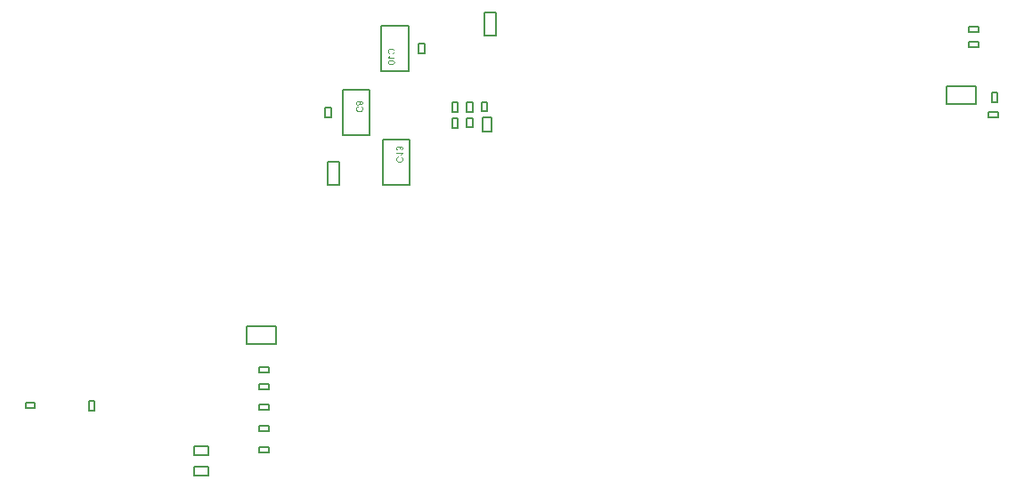
<source format=gbr>
%TF.GenerationSoftware,Altium Limited,Altium Designer,24.1.2 (44)*%
G04 Layer_Color=32896*
%FSLAX45Y45*%
%MOMM*%
%TF.SameCoordinates,57B3B6A3-E825-4013-9261-08072AB09D51*%
%TF.FilePolarity,Positive*%
%TF.FileFunction,Other,Bottom_Assembly*%
%TF.Part,Single*%
G01*
G75*
%TA.AperFunction,NonConductor*%
%ADD64C,0.20000*%
G36*
X8516859Y7833241D02*
X8520108Y7832908D01*
X8521524Y7832658D01*
X8522940Y7832324D01*
X8524273Y7832075D01*
X8525523Y7831741D01*
X8526689Y7831408D01*
X8527689Y7831158D01*
X8528522Y7830825D01*
X8529272Y7830575D01*
X8529855Y7830408D01*
X8530355Y7830242D01*
X8530605Y7830075D01*
X8530688D01*
X8532105Y7829409D01*
X8533521Y7828659D01*
X8534771Y7827909D01*
X8535937Y7827076D01*
X8537103Y7826243D01*
X8538103Y7825410D01*
X8539019Y7824660D01*
X8539769Y7823827D01*
X8540519Y7823077D01*
X8541186Y7822410D01*
X8541685Y7821744D01*
X8542102Y7821244D01*
X8542519Y7820744D01*
X8542769Y7820411D01*
X8542852Y7820244D01*
X8542935Y7820161D01*
X8543685Y7818911D01*
X8544268Y7817578D01*
X8544851Y7816162D01*
X8545351Y7814746D01*
X8546101Y7811913D01*
X8546601Y7809247D01*
X8546768Y7807997D01*
X8546851Y7806914D01*
X8546934Y7805831D01*
X8547017Y7804998D01*
X8547101Y7804248D01*
Y7803249D01*
X8547017Y7801416D01*
X8546851Y7799666D01*
X8546601Y7798000D01*
X8546268Y7796417D01*
X8545851Y7794917D01*
X8545351Y7793501D01*
X8544935Y7792251D01*
X8544351Y7791002D01*
X8543852Y7790002D01*
X8543435Y7789086D01*
X8542935Y7788252D01*
X8542519Y7787586D01*
X8542185Y7787003D01*
X8541935Y7786669D01*
X8541769Y7786420D01*
X8541685Y7786336D01*
X8540602Y7785087D01*
X8539436Y7783920D01*
X8538186Y7782837D01*
X8536853Y7781921D01*
X8535520Y7781004D01*
X8534271Y7780254D01*
X8532938Y7779505D01*
X8531688Y7778921D01*
X8530438Y7778338D01*
X8529355Y7777922D01*
X8528356Y7777505D01*
X8527522Y7777172D01*
X8526773Y7777005D01*
X8526189Y7776839D01*
X8525856Y7776672D01*
X8525773D01*
X8523607Y7785170D01*
X8525106Y7785586D01*
X8526439Y7786003D01*
X8527689Y7786503D01*
X8528939Y7787003D01*
X8530022Y7787586D01*
X8531022Y7788086D01*
X8531938Y7788669D01*
X8532688Y7789252D01*
X8533438Y7789752D01*
X8534021Y7790252D01*
X8534604Y7790752D01*
X8535021Y7791085D01*
X8535354Y7791418D01*
X8535604Y7791668D01*
X8535687Y7791835D01*
X8535770Y7791918D01*
X8536520Y7792835D01*
X8537103Y7793834D01*
X8537687Y7794834D01*
X8538103Y7795917D01*
X8538853Y7797917D01*
X8539353Y7799833D01*
X8539519Y7800666D01*
X8539603Y7801499D01*
X8539686Y7802165D01*
X8539769Y7802832D01*
X8539853Y7803332D01*
Y7803998D01*
X8539686Y7806164D01*
X8539353Y7808164D01*
X8538936Y7809997D01*
X8538353Y7811663D01*
X8537770Y7812996D01*
X8537520Y7813579D01*
X8537353Y7813996D01*
X8537103Y7814412D01*
X8537020Y7814662D01*
X8536853Y7814829D01*
Y7814912D01*
X8535604Y7816662D01*
X8534187Y7818161D01*
X8532688Y7819411D01*
X8531188Y7820494D01*
X8529855Y7821327D01*
X8529272Y7821577D01*
X8528772Y7821827D01*
X8528356Y7822077D01*
X8528022Y7822244D01*
X8527856Y7822327D01*
X8527772D01*
X8525440Y7823077D01*
X8522940Y7823660D01*
X8520608Y7824077D01*
X8518358Y7824326D01*
X8517358Y7824493D01*
X8516442D01*
X8515609Y7824576D01*
X8514859Y7824660D01*
X8514276D01*
X8513859D01*
X8513609D01*
X8513526D01*
X8511193Y7824576D01*
X8508944Y7824326D01*
X8506861Y7823993D01*
X8504945Y7823660D01*
X8504195Y7823493D01*
X8503445Y7823327D01*
X8502779Y7823160D01*
X8502196Y7822993D01*
X8501779Y7822827D01*
X8501446Y7822744D01*
X8501279Y7822660D01*
X8501196D01*
X8499030Y7821827D01*
X8497197Y7820744D01*
X8495531Y7819578D01*
X8494198Y7818411D01*
X8493115Y7817412D01*
X8492365Y7816578D01*
X8492032Y7816245D01*
X8491865Y7815995D01*
X8491698Y7815829D01*
Y7815745D01*
X8491032Y7814746D01*
X8490532Y7813746D01*
X8489615Y7811663D01*
X8488949Y7809580D01*
X8488532Y7807664D01*
X8488449Y7806748D01*
X8488282Y7805915D01*
X8488199Y7805165D01*
Y7804582D01*
X8488116Y7804082D01*
Y7803332D01*
X8488282Y7800999D01*
X8488616Y7798916D01*
X8489116Y7797083D01*
X8489699Y7795501D01*
X8490365Y7794251D01*
X8490615Y7793751D01*
X8490865Y7793334D01*
X8491032Y7793001D01*
X8491198Y7792751D01*
X8491365Y7792668D01*
Y7792585D01*
X8492032Y7791835D01*
X8492698Y7791085D01*
X8494281Y7789752D01*
X8495947Y7788669D01*
X8497613Y7787753D01*
X8499113Y7787003D01*
X8499780Y7786753D01*
X8500363Y7786503D01*
X8500863Y7786336D01*
X8501196Y7786170D01*
X8501446Y7786086D01*
X8501529D01*
X8499530Y7777755D01*
X8497947Y7778255D01*
X8496364Y7778921D01*
X8494947Y7779588D01*
X8493614Y7780338D01*
X8492448Y7781088D01*
X8491282Y7781837D01*
X8490282Y7782587D01*
X8489366Y7783337D01*
X8488532Y7784087D01*
X8487783Y7784753D01*
X8487199Y7785420D01*
X8486700Y7785920D01*
X8486283Y7786336D01*
X8486033Y7786753D01*
X8485866Y7786919D01*
X8485783Y7787003D01*
X8484950Y7788252D01*
X8484117Y7789585D01*
X8483534Y7790918D01*
X8482951Y7792251D01*
X8482451Y7793668D01*
X8482034Y7795001D01*
X8481451Y7797500D01*
X8481284Y7798666D01*
X8481118Y7799749D01*
X8481034Y7800749D01*
X8480951Y7801582D01*
X8480868Y7802249D01*
Y7804748D01*
X8481034Y7806248D01*
X8481451Y7809164D01*
X8482117Y7811830D01*
X8482451Y7812996D01*
X8482784Y7814162D01*
X8483200Y7815162D01*
X8483534Y7816079D01*
X8483867Y7816828D01*
X8484200Y7817495D01*
X8484450Y7817995D01*
X8484617Y7818411D01*
X8484700Y7818661D01*
X8484783Y7818745D01*
X8485533Y7819994D01*
X8486366Y7821244D01*
X8488199Y7823410D01*
X8490032Y7825326D01*
X8491865Y7826826D01*
X8492781Y7827492D01*
X8493531Y7828076D01*
X8494281Y7828575D01*
X8494864Y7828909D01*
X8495364Y7829242D01*
X8495781Y7829492D01*
X8496031Y7829575D01*
X8496114Y7829658D01*
X8497530Y7830325D01*
X8499030Y7830908D01*
X8501946Y7831825D01*
X8504862Y7832491D01*
X8506278Y7832741D01*
X8507611Y7832908D01*
X8508861Y7833074D01*
X8509944Y7833241D01*
X8510943Y7833324D01*
X8511860D01*
X8512526Y7833407D01*
X8513109D01*
X8513443D01*
X8513526D01*
X8516859Y7833241D01*
D02*
G37*
G36*
X8504862Y7762009D02*
X8504195Y7760593D01*
X8503529Y7759177D01*
X8502862Y7757927D01*
X8502279Y7756844D01*
X8501779Y7755927D01*
X8501612Y7755594D01*
X8501446Y7755344D01*
X8501362Y7755261D01*
Y7755178D01*
X8500363Y7753511D01*
X8499363Y7752095D01*
X8498447Y7750762D01*
X8497613Y7749679D01*
X8496947Y7748846D01*
X8496364Y7748179D01*
X8496031Y7747846D01*
X8495947Y7747679D01*
X8546018D01*
Y7739848D01*
X8481701D01*
Y7744930D01*
X8483284Y7745847D01*
X8484783Y7746930D01*
X8486283Y7748096D01*
X8487533Y7749179D01*
X8488699Y7750262D01*
X8489532Y7751095D01*
X8489865Y7751428D01*
X8490115Y7751678D01*
X8490199Y7751845D01*
X8490282Y7751928D01*
X8491865Y7753845D01*
X8493281Y7755761D01*
X8494614Y7757760D01*
X8495697Y7759510D01*
X8496530Y7761093D01*
X8496947Y7761759D01*
X8497197Y7762342D01*
X8497447Y7762759D01*
X8497613Y7763092D01*
X8497780Y7763342D01*
Y7763425D01*
X8505445D01*
X8504862Y7762009D01*
D02*
G37*
G36*
X8517692Y7719603D02*
X8520774Y7719437D01*
X8523523Y7719103D01*
X8526106Y7718687D01*
X8528522Y7718270D01*
X8530605Y7717687D01*
X8532521Y7717104D01*
X8534271Y7716521D01*
X8535770Y7715938D01*
X8537020Y7715438D01*
X8538103Y7714855D01*
X8539019Y7714438D01*
X8539686Y7714021D01*
X8540103Y7713688D01*
X8540436Y7713522D01*
X8540519Y7713438D01*
X8541685Y7712355D01*
X8542685Y7711272D01*
X8543602Y7710106D01*
X8544351Y7708939D01*
X8544935Y7707690D01*
X8545518Y7706440D01*
X8545934Y7705274D01*
X8546268Y7704107D01*
X8546518Y7703024D01*
X8546768Y7702024D01*
X8546934Y7701191D01*
X8547017Y7700358D01*
Y7699775D01*
X8547101Y7699275D01*
Y7698859D01*
X8547017Y7697609D01*
X8546934Y7696359D01*
X8546518Y7694110D01*
X8545934Y7692110D01*
X8545185Y7690444D01*
X8544851Y7689694D01*
X8544518Y7689111D01*
X8544185Y7688528D01*
X8543935Y7688111D01*
X8543685Y7687778D01*
X8543518Y7687445D01*
X8543352Y7687362D01*
Y7687278D01*
X8541852Y7685612D01*
X8540103Y7684196D01*
X8538353Y7683029D01*
X8536603Y7682030D01*
X8535104Y7681280D01*
X8534437Y7680947D01*
X8533854Y7680697D01*
X8533354Y7680530D01*
X8533021Y7680363D01*
X8532771Y7680280D01*
X8532688D01*
X8531355Y7679863D01*
X8529938Y7679530D01*
X8526939Y7678947D01*
X8523857Y7678530D01*
X8520941Y7678197D01*
X8519608Y7678114D01*
X8518358Y7678031D01*
X8517275D01*
X8516359Y7677947D01*
X8515526D01*
X8514942D01*
X8514609D01*
X8514442D01*
X8512693D01*
X8511027Y7678031D01*
X8509527Y7678114D01*
X8508111Y7678197D01*
X8506694Y7678281D01*
X8505528Y7678447D01*
X8504362Y7678530D01*
X8503362Y7678697D01*
X8502446Y7678864D01*
X8501612Y7678947D01*
X8500946Y7679114D01*
X8500363Y7679197D01*
X8499946Y7679280D01*
X8499613Y7679364D01*
X8499446Y7679447D01*
X8499363D01*
X8497363Y7680030D01*
X8495447Y7680613D01*
X8493864Y7681280D01*
X8492448Y7681946D01*
X8491282Y7682529D01*
X8490449Y7682946D01*
X8490199Y7683113D01*
X8489949Y7683279D01*
X8489865Y7683363D01*
X8489782D01*
X8488366Y7684362D01*
X8487199Y7685445D01*
X8486200Y7686528D01*
X8485283Y7687528D01*
X8484617Y7688445D01*
X8484200Y7689111D01*
X8483867Y7689611D01*
X8483784Y7689694D01*
Y7689778D01*
X8483117Y7691277D01*
X8482617Y7692860D01*
X8482201Y7694360D01*
X8481951Y7695776D01*
X8481784Y7697026D01*
Y7697526D01*
X8481701Y7698025D01*
Y7700108D01*
X8481867Y7701358D01*
X8482284Y7703607D01*
X8482867Y7705607D01*
X8483534Y7707273D01*
X8483950Y7708023D01*
X8484284Y7708606D01*
X8484617Y7709189D01*
X8484867Y7709606D01*
X8485117Y7709939D01*
X8485283Y7710189D01*
X8485367Y7710356D01*
X8485450Y7710439D01*
X8486949Y7712022D01*
X8488699Y7713438D01*
X8490532Y7714605D01*
X8492198Y7715604D01*
X8493781Y7716354D01*
X8494448Y7716687D01*
X8495031Y7716937D01*
X8495531Y7717104D01*
X8495864Y7717271D01*
X8496114Y7717354D01*
X8496197D01*
X8497530Y7717770D01*
X8498946Y7718104D01*
X8501946Y7718687D01*
X8505028Y7719103D01*
X8507944Y7719353D01*
X8509277Y7719520D01*
X8510527D01*
X8511610Y7719603D01*
X8512526Y7719687D01*
X8513359D01*
X8513943D01*
X8514276D01*
X8514442D01*
X8517692Y7719603D01*
D02*
G37*
G36*
X8200293Y7332188D02*
X8202293Y7331855D01*
X8204042Y7331355D01*
X8205542Y7330855D01*
X8206708Y7330272D01*
X8207208Y7330022D01*
X8207625Y7329772D01*
X8207958Y7329522D01*
X8208208Y7329438D01*
X8208291Y7329272D01*
X8208374D01*
X8209874Y7328022D01*
X8211124Y7326606D01*
X8212207Y7325106D01*
X8213040Y7323607D01*
X8213706Y7322274D01*
X8213956Y7321774D01*
X8214206Y7321274D01*
X8214373Y7320857D01*
X8214456Y7320524D01*
X8214540Y7320357D01*
Y7320274D01*
X8215289Y7321940D01*
X8216123Y7323357D01*
X8216956Y7324606D01*
X8217789Y7325606D01*
X8218539Y7326356D01*
X8219122Y7326939D01*
X8219455Y7327272D01*
X8219622Y7327356D01*
X8220955Y7328189D01*
X8222288Y7328772D01*
X8223537Y7329189D01*
X8224787Y7329438D01*
X8225870Y7329688D01*
X8226703Y7329772D01*
X8227036D01*
X8227286D01*
X8227370D01*
X8227453D01*
X8228703Y7329688D01*
X8229952Y7329522D01*
X8231119Y7329272D01*
X8232285Y7328939D01*
X8234285Y7328105D01*
X8236034Y7327189D01*
X8236701Y7326689D01*
X8237367Y7326273D01*
X8237950Y7325773D01*
X8238450Y7325440D01*
X8238783Y7325106D01*
X8239033Y7324856D01*
X8239200Y7324690D01*
X8239283Y7324606D01*
X8240116Y7323607D01*
X8240949Y7322607D01*
X8241533Y7321441D01*
X8242116Y7320357D01*
X8242616Y7319191D01*
X8243032Y7318108D01*
X8243615Y7315942D01*
X8243782Y7314942D01*
X8243949Y7314026D01*
X8244032Y7313193D01*
X8244115Y7312526D01*
X8244199Y7311943D01*
Y7311110D01*
X8244115Y7309610D01*
X8244032Y7308111D01*
X8243782Y7306778D01*
X8243449Y7305528D01*
X8243116Y7304362D01*
X8242699Y7303195D01*
X8242199Y7302195D01*
X8241783Y7301362D01*
X8241366Y7300529D01*
X8240866Y7299779D01*
X8240450Y7299196D01*
X8240116Y7298696D01*
X8239783Y7298280D01*
X8239616Y7298030D01*
X8239450Y7297863D01*
X8239367Y7297780D01*
X8238450Y7296863D01*
X8237534Y7296114D01*
X8236534Y7295447D01*
X8235534Y7294864D01*
X8234534Y7294447D01*
X8233535Y7294031D01*
X8231702Y7293448D01*
X8230119Y7293031D01*
X8229369Y7292948D01*
X8228786Y7292865D01*
X8228286Y7292781D01*
X8227953D01*
X8227703D01*
X8227620D01*
X8225953Y7292865D01*
X8224454Y7293114D01*
X8223121Y7293531D01*
X8221954Y7293948D01*
X8221038Y7294364D01*
X8220288Y7294781D01*
X8219872Y7295031D01*
X8219705Y7295114D01*
X8218539Y7296114D01*
X8217455Y7297197D01*
X8216622Y7298446D01*
X8215873Y7299613D01*
X8215289Y7300696D01*
X8214873Y7301529D01*
X8214706Y7301862D01*
X8214623Y7302112D01*
X8214540Y7302279D01*
Y7302362D01*
X8213873Y7300279D01*
X8213040Y7298530D01*
X8212040Y7296947D01*
X8211124Y7295697D01*
X8210207Y7294697D01*
X8209458Y7293948D01*
X8208958Y7293531D01*
X8208874Y7293364D01*
X8208791D01*
X8207125Y7292281D01*
X8205375Y7291532D01*
X8203709Y7290948D01*
X8202043Y7290615D01*
X8200543Y7290365D01*
X8199960Y7290282D01*
X8199460D01*
X8198960Y7290199D01*
X8198627D01*
X8198460D01*
X8198377D01*
X8196877Y7290282D01*
X8195378Y7290448D01*
X8193962Y7290698D01*
X8192629Y7291115D01*
X8191379Y7291532D01*
X8190212Y7292031D01*
X8189213Y7292531D01*
X8188213Y7293114D01*
X8187380Y7293614D01*
X8186630Y7294114D01*
X8185964Y7294614D01*
X8185380Y7295031D01*
X8184964Y7295447D01*
X8184631Y7295697D01*
X8184464Y7295864D01*
X8184381Y7295947D01*
X8183381Y7297113D01*
X8182548Y7298280D01*
X8181798Y7299529D01*
X8181131Y7300779D01*
X8180632Y7302112D01*
X8180132Y7303362D01*
X8179465Y7305778D01*
X8179299Y7306944D01*
X8179132Y7307944D01*
X8178965Y7308860D01*
X8178882Y7309694D01*
X8178799Y7310360D01*
Y7311276D01*
X8178882Y7313026D01*
X8179049Y7314609D01*
X8179299Y7316192D01*
X8179715Y7317608D01*
X8180132Y7319024D01*
X8180548Y7320274D01*
X8181048Y7321357D01*
X8181631Y7322440D01*
X8182131Y7323357D01*
X8182631Y7324190D01*
X8183048Y7324856D01*
X8183548Y7325440D01*
X8183881Y7325939D01*
X8184131Y7326273D01*
X8184297Y7326439D01*
X8184381Y7326523D01*
X8185464Y7327522D01*
X8186547Y7328439D01*
X8187713Y7329189D01*
X8188879Y7329938D01*
X8190046Y7330438D01*
X8191212Y7330938D01*
X8192295Y7331355D01*
X8193378Y7331605D01*
X8194378Y7331855D01*
X8195211Y7332021D01*
X8196044Y7332188D01*
X8196794Y7332271D01*
X8197377Y7332354D01*
X8197794D01*
X8198044D01*
X8198127D01*
X8200293Y7332188D01*
D02*
G37*
G36*
X8202293Y7274536D02*
X8200793Y7274119D01*
X8199460Y7273703D01*
X8198210Y7273203D01*
X8196961Y7272703D01*
X8195878Y7272120D01*
X8194878Y7271620D01*
X8193962Y7271037D01*
X8193212Y7270454D01*
X8192462Y7269954D01*
X8191879Y7269454D01*
X8191296Y7268954D01*
X8190879Y7268621D01*
X8190546Y7268287D01*
X8190296Y7268038D01*
X8190212Y7267871D01*
X8190129Y7267788D01*
X8189379Y7266871D01*
X8188796Y7265871D01*
X8188213Y7264872D01*
X8187796Y7263789D01*
X8187047Y7261789D01*
X8186547Y7259873D01*
X8186380Y7259040D01*
X8186297Y7258207D01*
X8186213Y7257540D01*
X8186130Y7256874D01*
X8186047Y7256374D01*
Y7255707D01*
X8186213Y7253541D01*
X8186547Y7251542D01*
X8186963Y7249709D01*
X8187546Y7248043D01*
X8188130Y7246710D01*
X8188380Y7246126D01*
X8188546Y7245710D01*
X8188796Y7245293D01*
X8188879Y7245043D01*
X8189046Y7244877D01*
Y7244793D01*
X8190296Y7243044D01*
X8191712Y7241544D01*
X8193212Y7240295D01*
X8194711Y7239212D01*
X8196044Y7238378D01*
X8196627Y7238129D01*
X8197127Y7237879D01*
X8197544Y7237629D01*
X8197877Y7237462D01*
X8198044Y7237379D01*
X8198127D01*
X8200460Y7236629D01*
X8202959Y7236046D01*
X8205292Y7235629D01*
X8207541Y7235379D01*
X8208541Y7235213D01*
X8209458D01*
X8210291Y7235129D01*
X8211040Y7235046D01*
X8211624D01*
X8212040D01*
X8212290D01*
X8212373D01*
X8214706Y7235129D01*
X8216956Y7235379D01*
X8219038Y7235712D01*
X8220955Y7236046D01*
X8221704Y7236212D01*
X8222454Y7236379D01*
X8223121Y7236546D01*
X8223704Y7236712D01*
X8224120Y7236879D01*
X8224454Y7236962D01*
X8224620Y7237045D01*
X8224704D01*
X8226870Y7237879D01*
X8228703Y7238962D01*
X8230369Y7240128D01*
X8231702Y7241294D01*
X8232785Y7242294D01*
X8233535Y7243127D01*
X8233868Y7243460D01*
X8234035Y7243710D01*
X8234201Y7243877D01*
Y7243960D01*
X8234868Y7244960D01*
X8235368Y7245960D01*
X8236284Y7248043D01*
X8236951Y7250125D01*
X8237367Y7252042D01*
X8237450Y7252958D01*
X8237617Y7253791D01*
X8237700Y7254541D01*
Y7255124D01*
X8237784Y7255624D01*
Y7256374D01*
X8237617Y7258707D01*
X8237284Y7260789D01*
X8236784Y7262622D01*
X8236201Y7264205D01*
X8235534Y7265455D01*
X8235284Y7265955D01*
X8235034Y7266371D01*
X8234868Y7266705D01*
X8234701Y7266954D01*
X8234534Y7267038D01*
Y7267121D01*
X8233868Y7267871D01*
X8233201Y7268621D01*
X8231619Y7269954D01*
X8229952Y7271037D01*
X8228286Y7271953D01*
X8226786Y7272703D01*
X8226120Y7272953D01*
X8225537Y7273203D01*
X8225037Y7273370D01*
X8224704Y7273536D01*
X8224454Y7273619D01*
X8224370D01*
X8226370Y7281951D01*
X8227953Y7281451D01*
X8229536Y7280784D01*
X8230952Y7280118D01*
X8232285Y7279368D01*
X8233451Y7278618D01*
X8234618Y7277868D01*
X8235618Y7277119D01*
X8236534Y7276369D01*
X8237367Y7275619D01*
X8238117Y7274952D01*
X8238700Y7274286D01*
X8239200Y7273786D01*
X8239616Y7273370D01*
X8239866Y7272953D01*
X8240033Y7272786D01*
X8240116Y7272703D01*
X8240949Y7271453D01*
X8241783Y7270120D01*
X8242366Y7268787D01*
X8242949Y7267454D01*
X8243449Y7266038D01*
X8243865Y7264705D01*
X8244449Y7262206D01*
X8244615Y7261039D01*
X8244782Y7259956D01*
X8244865Y7258957D01*
X8244948Y7258123D01*
X8245032Y7257457D01*
Y7254958D01*
X8244865Y7253458D01*
X8244449Y7250542D01*
X8243782Y7247876D01*
X8243449Y7246710D01*
X8243116Y7245543D01*
X8242699Y7244544D01*
X8242366Y7243627D01*
X8242033Y7242877D01*
X8241699Y7242211D01*
X8241449Y7241711D01*
X8241283Y7241294D01*
X8241199Y7241044D01*
X8241116Y7240961D01*
X8240366Y7239711D01*
X8239533Y7238462D01*
X8237700Y7236296D01*
X8235867Y7234379D01*
X8234035Y7232880D01*
X8233118Y7232213D01*
X8232368Y7231630D01*
X8231619Y7231130D01*
X8231035Y7230797D01*
X8230535Y7230464D01*
X8230119Y7230214D01*
X8229869Y7230131D01*
X8229786Y7230047D01*
X8228369Y7229381D01*
X8226870Y7228798D01*
X8223954Y7227881D01*
X8221038Y7227215D01*
X8219622Y7226965D01*
X8218289Y7226798D01*
X8217039Y7226631D01*
X8215956Y7226465D01*
X8214956Y7226382D01*
X8214040D01*
X8213373Y7226298D01*
X8212790D01*
X8212457D01*
X8212373D01*
X8209041Y7226465D01*
X8205792Y7226798D01*
X8204376Y7227048D01*
X8202959Y7227381D01*
X8201626Y7227631D01*
X8200377Y7227964D01*
X8199210Y7228298D01*
X8198210Y7228548D01*
X8197377Y7228881D01*
X8196627Y7229131D01*
X8196044Y7229297D01*
X8195544Y7229464D01*
X8195295Y7229631D01*
X8195211D01*
X8193795Y7230297D01*
X8192379Y7231047D01*
X8191129Y7231797D01*
X8189963Y7232630D01*
X8188796Y7233463D01*
X8187796Y7234296D01*
X8186880Y7235046D01*
X8186130Y7235879D01*
X8185380Y7236629D01*
X8184714Y7237295D01*
X8184214Y7237962D01*
X8183797Y7238462D01*
X8183381Y7238962D01*
X8183131Y7239295D01*
X8183048Y7239462D01*
X8182964Y7239545D01*
X8182215Y7240795D01*
X8181631Y7242128D01*
X8181048Y7243544D01*
X8180548Y7244960D01*
X8179798Y7247793D01*
X8179299Y7250459D01*
X8179132Y7251708D01*
X8179049Y7252791D01*
X8178965Y7253874D01*
X8178882Y7254708D01*
X8178799Y7255457D01*
Y7256457D01*
X8178882Y7258290D01*
X8179049Y7260040D01*
X8179299Y7261706D01*
X8179632Y7263289D01*
X8180048Y7264788D01*
X8180548Y7266205D01*
X8180965Y7267454D01*
X8181548Y7268704D01*
X8182048Y7269704D01*
X8182464Y7270620D01*
X8182964Y7271453D01*
X8183381Y7272120D01*
X8183714Y7272703D01*
X8183964Y7273036D01*
X8184131Y7273286D01*
X8184214Y7273370D01*
X8185297Y7274619D01*
X8186463Y7275786D01*
X8187713Y7276869D01*
X8189046Y7277785D01*
X8190379Y7278701D01*
X8191629Y7279451D01*
X8192962Y7280201D01*
X8194211Y7280784D01*
X8195461Y7281367D01*
X8196544Y7281784D01*
X8197544Y7282201D01*
X8198377Y7282534D01*
X8199127Y7282700D01*
X8199710Y7282867D01*
X8200043Y7283034D01*
X8200127D01*
X8202293Y7274536D01*
D02*
G37*
G36*
X8582043Y6901652D02*
X8583959Y6901319D01*
X8585709Y6900819D01*
X8587208Y6900236D01*
X8588458Y6899653D01*
X8588875Y6899403D01*
X8589291Y6899153D01*
X8589624Y6898986D01*
X8589874Y6898820D01*
X8589958Y6898653D01*
X8590041D01*
X8591457Y6897403D01*
X8592624Y6895904D01*
X8593623Y6894487D01*
X8594373Y6893071D01*
X8594873Y6891821D01*
X8595123Y6891238D01*
X8595290Y6890738D01*
X8595373Y6890405D01*
X8595456Y6890072D01*
X8595540Y6889905D01*
Y6889822D01*
X8596373Y6891321D01*
X8597206Y6892654D01*
X8598122Y6893821D01*
X8599039Y6894737D01*
X8599788Y6895487D01*
X8600372Y6895987D01*
X8600788Y6896320D01*
X8600955Y6896404D01*
X8602288Y6897153D01*
X8603621Y6897737D01*
X8604871Y6898070D01*
X8606037Y6898403D01*
X8607037Y6898570D01*
X8607870Y6898653D01*
X8608370D01*
X8608453D01*
X8608536D01*
X8610119Y6898570D01*
X8611619Y6898320D01*
X8613035Y6897903D01*
X8614285Y6897487D01*
X8615285Y6896987D01*
X8616118Y6896653D01*
X8616618Y6896320D01*
X8616701Y6896237D01*
X8616784D01*
X8618200Y6895320D01*
X8619367Y6894237D01*
X8620450Y6893071D01*
X8621366Y6891988D01*
X8622033Y6890988D01*
X8622533Y6890238D01*
X8622699Y6889905D01*
X8622866Y6889655D01*
X8622949Y6889572D01*
Y6889489D01*
X8623699Y6887822D01*
X8624282Y6886156D01*
X8624615Y6884573D01*
X8624949Y6883074D01*
X8625115Y6881824D01*
Y6881241D01*
X8625199Y6880824D01*
Y6879908D01*
X8625115Y6878491D01*
X8625032Y6877158D01*
X8624532Y6874659D01*
X8623782Y6872493D01*
X8623366Y6871577D01*
X8623033Y6870660D01*
X8622616Y6869910D01*
X8622199Y6869161D01*
X8621783Y6868577D01*
X8621450Y6868077D01*
X8621200Y6867661D01*
X8620950Y6867411D01*
X8620866Y6867244D01*
X8620783Y6867161D01*
X8619950Y6866245D01*
X8619034Y6865411D01*
X8617034Y6863995D01*
X8615035Y6862912D01*
X8613118Y6861996D01*
X8612202Y6861662D01*
X8611369Y6861412D01*
X8610536Y6861163D01*
X8609953Y6860996D01*
X8609369Y6860829D01*
X8608953Y6860746D01*
X8608703Y6860663D01*
X8608620D01*
X8607203Y6868494D01*
X8609203Y6868911D01*
X8610952Y6869410D01*
X8612452Y6870077D01*
X8613618Y6870743D01*
X8614618Y6871327D01*
X8615285Y6871826D01*
X8615618Y6872160D01*
X8615784Y6872326D01*
X8616784Y6873576D01*
X8617451Y6874826D01*
X8617951Y6876159D01*
X8618367Y6877325D01*
X8618534Y6878408D01*
X8618617Y6879325D01*
X8618700Y6879658D01*
Y6880074D01*
X8618617Y6881741D01*
X8618284Y6883157D01*
X8617784Y6884490D01*
X8617284Y6885573D01*
X8616701Y6886406D01*
X8616284Y6887073D01*
X8615951Y6887406D01*
X8615784Y6887572D01*
X8614701Y6888572D01*
X8613452Y6889322D01*
X8612285Y6889822D01*
X8611202Y6890238D01*
X8610202Y6890405D01*
X8609453Y6890488D01*
X8608869Y6890572D01*
X8608786D01*
X8608703D01*
X8607703Y6890488D01*
X8606787Y6890405D01*
X8605120Y6889905D01*
X8603704Y6889322D01*
X8602538Y6888572D01*
X8601705Y6887822D01*
X8601038Y6887156D01*
X8600705Y6886656D01*
X8600538Y6886573D01*
Y6886489D01*
X8599705Y6884990D01*
X8599039Y6883407D01*
X8598622Y6881907D01*
X8598289Y6880491D01*
X8598122Y6879325D01*
X8598039Y6878325D01*
X8597956Y6877992D01*
Y6877075D01*
X8598039Y6876659D01*
X8598122Y6876409D01*
Y6876242D01*
X8591207Y6875326D01*
X8591457Y6876492D01*
X8591707Y6877575D01*
X8591874Y6878575D01*
X8591957Y6879408D01*
X8592040Y6879991D01*
Y6880907D01*
X8591874Y6882907D01*
X8591457Y6884657D01*
X8590957Y6886156D01*
X8590291Y6887489D01*
X8589624Y6888489D01*
X8589125Y6889239D01*
X8588708Y6889739D01*
X8588541Y6889905D01*
X8587875Y6890572D01*
X8587125Y6891072D01*
X8585709Y6891988D01*
X8584209Y6892654D01*
X8582793Y6893071D01*
X8581543Y6893321D01*
X8580960Y6893404D01*
X8580543D01*
X8580127Y6893488D01*
X8579877D01*
X8579710D01*
X8579627D01*
X8578627D01*
X8577627Y6893321D01*
X8575795Y6892904D01*
X8574128Y6892238D01*
X8572795Y6891571D01*
X8571629Y6890905D01*
X8570796Y6890238D01*
X8570546Y6889989D01*
X8570296Y6889822D01*
X8570213Y6889739D01*
X8570129Y6889655D01*
X8569463Y6888905D01*
X8568880Y6888156D01*
X8567880Y6886573D01*
X8567213Y6884990D01*
X8566797Y6883490D01*
X8566464Y6882240D01*
X8566380Y6881657D01*
Y6881157D01*
X8566297Y6880824D01*
Y6880241D01*
X8566464Y6878575D01*
X8566797Y6876992D01*
X8567213Y6875659D01*
X8567797Y6874492D01*
X8568297Y6873493D01*
X8568796Y6872826D01*
X8569130Y6872410D01*
X8569213Y6872243D01*
X8569796Y6871660D01*
X8570463Y6871160D01*
X8572046Y6870244D01*
X8573629Y6869410D01*
X8575211Y6868827D01*
X8576711Y6868327D01*
X8577294Y6868161D01*
X8577877Y6867994D01*
X8578294Y6867911D01*
X8578627Y6867828D01*
X8578877Y6867744D01*
X8578960D01*
X8577877Y6859913D01*
X8576378Y6860079D01*
X8574962Y6860413D01*
X8573712Y6860746D01*
X8572462Y6861246D01*
X8571296Y6861746D01*
X8570213Y6862246D01*
X8569213Y6862829D01*
X8568297Y6863329D01*
X8567547Y6863912D01*
X8566797Y6864412D01*
X8566214Y6864912D01*
X8565714Y6865328D01*
X8565297Y6865745D01*
X8565047Y6865995D01*
X8564881Y6866161D01*
X8564797Y6866245D01*
X8563881Y6867328D01*
X8563131Y6868411D01*
X8562465Y6869577D01*
X8561882Y6870827D01*
X8561465Y6871993D01*
X8561048Y6873159D01*
X8560465Y6875326D01*
X8560215Y6876325D01*
X8560049Y6877325D01*
X8559965Y6878158D01*
X8559882Y6878825D01*
X8559799Y6879408D01*
Y6880241D01*
X8559882Y6881991D01*
X8560049Y6883573D01*
X8560299Y6885156D01*
X8560715Y6886573D01*
X8561132Y6887989D01*
X8561632Y6889239D01*
X8562131Y6890405D01*
X8562715Y6891488D01*
X8563215Y6892405D01*
X8563714Y6893238D01*
X8564214Y6893987D01*
X8564631Y6894571D01*
X8565047Y6895071D01*
X8565297Y6895404D01*
X8565464Y6895570D01*
X8565547Y6895654D01*
X8566630Y6896737D01*
X8567797Y6897653D01*
X8569046Y6898486D01*
X8570213Y6899236D01*
X8571462Y6899819D01*
X8572629Y6900319D01*
X8573795Y6900736D01*
X8574878Y6901069D01*
X8575878Y6901319D01*
X8576794Y6901486D01*
X8577627Y6901652D01*
X8578377Y6901735D01*
X8578960Y6901819D01*
X8579460D01*
X8579710D01*
X8579794D01*
X8582043Y6901652D01*
D02*
G37*
G36*
X8625199Y6834669D02*
X8623616Y6833753D01*
X8622116Y6832670D01*
X8620616Y6831503D01*
X8619367Y6830420D01*
X8618200Y6829337D01*
X8617367Y6828504D01*
X8617034Y6828171D01*
X8616784Y6827921D01*
X8616701Y6827754D01*
X8616618Y6827671D01*
X8615035Y6825755D01*
X8613618Y6823839D01*
X8612285Y6821839D01*
X8611202Y6820090D01*
X8610369Y6818507D01*
X8609953Y6817840D01*
X8609703Y6817257D01*
X8609453Y6816841D01*
X8609286Y6816507D01*
X8609119Y6816257D01*
Y6816174D01*
X8601455D01*
X8602038Y6817590D01*
X8602704Y6819007D01*
X8603371Y6820423D01*
X8604037Y6821673D01*
X8604621Y6822756D01*
X8605120Y6823672D01*
X8605287Y6824005D01*
X8605454Y6824255D01*
X8605537Y6824339D01*
Y6824422D01*
X8606537Y6826088D01*
X8607537Y6827505D01*
X8608453Y6828837D01*
X8609286Y6829921D01*
X8609953Y6830754D01*
X8610536Y6831420D01*
X8610869Y6831753D01*
X8610952Y6831920D01*
X8560882D01*
Y6839751D01*
X8625199D01*
Y6834669D01*
D02*
G37*
G36*
X8583293Y6794430D02*
X8581793Y6794013D01*
X8580460Y6793597D01*
X8579210Y6793097D01*
X8577961Y6792597D01*
X8576878Y6792014D01*
X8575878Y6791514D01*
X8574962Y6790931D01*
X8574212Y6790347D01*
X8573462Y6789847D01*
X8572879Y6789348D01*
X8572296Y6788848D01*
X8571879Y6788514D01*
X8571546Y6788181D01*
X8571296Y6787931D01*
X8571212Y6787765D01*
X8571129Y6787681D01*
X8570379Y6786765D01*
X8569796Y6785765D01*
X8569213Y6784765D01*
X8568796Y6783682D01*
X8568047Y6781683D01*
X8567547Y6779767D01*
X8567380Y6778934D01*
X8567297Y6778100D01*
X8567213Y6777434D01*
X8567130Y6776767D01*
X8567047Y6776268D01*
Y6775601D01*
X8567213Y6773435D01*
X8567547Y6771436D01*
X8567963Y6769603D01*
X8568546Y6767936D01*
X8569130Y6766603D01*
X8569380Y6766020D01*
X8569546Y6765604D01*
X8569796Y6765187D01*
X8569879Y6764937D01*
X8570046Y6764771D01*
Y6764687D01*
X8571296Y6762938D01*
X8572712Y6761438D01*
X8574212Y6760188D01*
X8575711Y6759105D01*
X8577044Y6758272D01*
X8577627Y6758022D01*
X8578127Y6757772D01*
X8578544Y6757522D01*
X8578877Y6757356D01*
X8579044Y6757272D01*
X8579127D01*
X8581460Y6756523D01*
X8583959Y6755939D01*
X8586292Y6755523D01*
X8588541Y6755273D01*
X8589541Y6755106D01*
X8590458D01*
X8591291Y6755023D01*
X8592040Y6754940D01*
X8592624D01*
X8593040D01*
X8593290D01*
X8593373D01*
X8595706Y6755023D01*
X8597956Y6755273D01*
X8600038Y6755606D01*
X8601955Y6755939D01*
X8602704Y6756106D01*
X8603454Y6756273D01*
X8604121Y6756439D01*
X8604704Y6756606D01*
X8605120Y6756773D01*
X8605454Y6756856D01*
X8605620Y6756939D01*
X8605704D01*
X8607870Y6757772D01*
X8609703Y6758855D01*
X8611369Y6760022D01*
X8612702Y6761188D01*
X8613785Y6762188D01*
X8614535Y6763021D01*
X8614868Y6763354D01*
X8615035Y6763604D01*
X8615201Y6763771D01*
Y6763854D01*
X8615868Y6764854D01*
X8616368Y6765854D01*
X8617284Y6767936D01*
X8617951Y6770019D01*
X8618367Y6771935D01*
X8618450Y6772852D01*
X8618617Y6773685D01*
X8618700Y6774435D01*
Y6775018D01*
X8618784Y6775518D01*
Y6776268D01*
X8618617Y6778600D01*
X8618284Y6780683D01*
X8617784Y6782516D01*
X8617201Y6784099D01*
X8616534Y6785349D01*
X8616284Y6785849D01*
X8616034Y6786265D01*
X8615868Y6786598D01*
X8615701Y6786848D01*
X8615534Y6786932D01*
Y6787015D01*
X8614868Y6787765D01*
X8614201Y6788514D01*
X8612619Y6789847D01*
X8610952Y6790931D01*
X8609286Y6791847D01*
X8607786Y6792597D01*
X8607120Y6792847D01*
X8606537Y6793097D01*
X8606037Y6793263D01*
X8605704Y6793430D01*
X8605454Y6793513D01*
X8605370D01*
X8607370Y6801844D01*
X8608953Y6801345D01*
X8610536Y6800678D01*
X8611952Y6800012D01*
X8613285Y6799262D01*
X8614451Y6798512D01*
X8615618Y6797762D01*
X8616618Y6797012D01*
X8617534Y6796263D01*
X8618367Y6795513D01*
X8619117Y6794846D01*
X8619700Y6794180D01*
X8620200Y6793680D01*
X8620616Y6793263D01*
X8620866Y6792847D01*
X8621033Y6792680D01*
X8621116Y6792597D01*
X8621949Y6791347D01*
X8622783Y6790014D01*
X8623366Y6788681D01*
X8623949Y6787348D01*
X8624449Y6785932D01*
X8624865Y6784599D01*
X8625449Y6782099D01*
X8625615Y6780933D01*
X8625782Y6779850D01*
X8625865Y6778850D01*
X8625948Y6778017D01*
X8626032Y6777351D01*
Y6774851D01*
X8625865Y6773352D01*
X8625449Y6770436D01*
X8624782Y6767770D01*
X8624449Y6766603D01*
X8624116Y6765437D01*
X8623699Y6764437D01*
X8623366Y6763521D01*
X8623033Y6762771D01*
X8622699Y6762105D01*
X8622449Y6761605D01*
X8622283Y6761188D01*
X8622199Y6760938D01*
X8622116Y6760855D01*
X8621366Y6759605D01*
X8620533Y6758356D01*
X8618700Y6756189D01*
X8616867Y6754273D01*
X8615035Y6752774D01*
X8614118Y6752107D01*
X8613368Y6751524D01*
X8612619Y6751024D01*
X8612035Y6750691D01*
X8611535Y6750358D01*
X8611119Y6750108D01*
X8610869Y6750024D01*
X8610786Y6749941D01*
X8609369Y6749275D01*
X8607870Y6748691D01*
X8604954Y6747775D01*
X8602038Y6747108D01*
X8600622Y6746858D01*
X8599289Y6746692D01*
X8598039Y6746525D01*
X8596956Y6746359D01*
X8595956Y6746275D01*
X8595040D01*
X8594373Y6746192D01*
X8593790D01*
X8593457D01*
X8593373D01*
X8590041Y6746359D01*
X8586792Y6746692D01*
X8585376Y6746942D01*
X8583959Y6747275D01*
X8582626Y6747525D01*
X8581377Y6747858D01*
X8580210Y6748191D01*
X8579210Y6748441D01*
X8578377Y6748775D01*
X8577627Y6749025D01*
X8577044Y6749191D01*
X8576544Y6749358D01*
X8576295Y6749524D01*
X8576211D01*
X8574795Y6750191D01*
X8573379Y6750941D01*
X8572129Y6751691D01*
X8570963Y6752524D01*
X8569796Y6753357D01*
X8568796Y6754190D01*
X8567880Y6754940D01*
X8567130Y6755773D01*
X8566380Y6756523D01*
X8565714Y6757189D01*
X8565214Y6757856D01*
X8564797Y6758356D01*
X8564381Y6758855D01*
X8564131Y6759189D01*
X8564048Y6759355D01*
X8563964Y6759439D01*
X8563215Y6760688D01*
X8562631Y6762021D01*
X8562048Y6763438D01*
X8561548Y6764854D01*
X8560798Y6767686D01*
X8560299Y6770352D01*
X8560132Y6771602D01*
X8560049Y6772685D01*
X8559965Y6773768D01*
X8559882Y6774601D01*
X8559799Y6775351D01*
Y6776351D01*
X8559882Y6778184D01*
X8560049Y6779933D01*
X8560299Y6781600D01*
X8560632Y6783183D01*
X8561048Y6784682D01*
X8561548Y6786098D01*
X8561965Y6787348D01*
X8562548Y6788598D01*
X8563048Y6789598D01*
X8563464Y6790514D01*
X8563964Y6791347D01*
X8564381Y6792014D01*
X8564714Y6792597D01*
X8564964Y6792930D01*
X8565131Y6793180D01*
X8565214Y6793263D01*
X8566297Y6794513D01*
X8567463Y6795679D01*
X8568713Y6796762D01*
X8570046Y6797679D01*
X8571379Y6798595D01*
X8572629Y6799345D01*
X8573962Y6800095D01*
X8575211Y6800678D01*
X8576461Y6801261D01*
X8577544Y6801678D01*
X8578544Y6802094D01*
X8579377Y6802428D01*
X8580127Y6802594D01*
X8580710Y6802761D01*
X8581043Y6802927D01*
X8581127D01*
X8583293Y6794430D01*
D02*
G37*
%LPC*%
G36*
X8515942Y7711605D02*
X8515109D01*
X8514609D01*
X8514526D01*
X8514442D01*
X8511610Y7711522D01*
X8509027Y7711439D01*
X8506611Y7711272D01*
X8504445Y7710939D01*
X8502446Y7710689D01*
X8500696Y7710356D01*
X8499113Y7709939D01*
X8497780Y7709606D01*
X8496530Y7709189D01*
X8495531Y7708856D01*
X8494698Y7708523D01*
X8494031Y7708190D01*
X8493531Y7707940D01*
X8493115Y7707773D01*
X8492948Y7707690D01*
X8492865Y7707606D01*
X8492032Y7706940D01*
X8491282Y7706273D01*
X8490699Y7705607D01*
X8490199Y7704857D01*
X8489366Y7703441D01*
X8488782Y7702024D01*
X8488449Y7700858D01*
X8488282Y7699858D01*
X8488199Y7699442D01*
Y7698942D01*
X8488282Y7697942D01*
X8488449Y7696942D01*
X8488699Y7696026D01*
X8489032Y7695193D01*
X8489865Y7693610D01*
X8490782Y7692277D01*
X8491782Y7691194D01*
X8492615Y7690444D01*
X8492948Y7690111D01*
X8493198Y7689944D01*
X8493365Y7689778D01*
X8493448D01*
X8494531Y7689111D01*
X8495864Y7688528D01*
X8497280Y7688028D01*
X8498863Y7687611D01*
X8500613Y7687278D01*
X8502362Y7686945D01*
X8505861Y7686528D01*
X8507528Y7686362D01*
X8509194Y7686195D01*
X8510610Y7686112D01*
X8511860D01*
X8512943Y7686029D01*
X8513776D01*
X8514276D01*
X8514359D01*
X8514442D01*
X8517275D01*
X8519858Y7686195D01*
X8522190Y7686362D01*
X8524357Y7686612D01*
X8526273Y7686862D01*
X8528022Y7687195D01*
X8529522Y7687528D01*
X8530855Y7687861D01*
X8532021Y7688278D01*
X8532938Y7688611D01*
X8533771Y7688944D01*
X8534354Y7689194D01*
X8534854Y7689444D01*
X8535187Y7689611D01*
X8535354Y7689694D01*
X8535437Y7689778D01*
X8536354Y7690444D01*
X8537103Y7691194D01*
X8537853Y7691944D01*
X8538436Y7692777D01*
X8538936Y7693527D01*
X8539353Y7694276D01*
X8539936Y7695693D01*
X8540352Y7696942D01*
X8540436Y7697526D01*
X8540519Y7697942D01*
X8540602Y7698359D01*
Y7698859D01*
X8540519Y7699858D01*
X8540352Y7700775D01*
X8540103Y7701691D01*
X8539769Y7702524D01*
X8538936Y7704107D01*
X8538020Y7705440D01*
X8537103Y7706523D01*
X8536270Y7707273D01*
X8535937Y7707523D01*
X8535687Y7707773D01*
X8535520Y7707856D01*
X8535437Y7707940D01*
X8534354Y7708606D01*
X8533021Y7709106D01*
X8531605Y7709606D01*
X8529938Y7710022D01*
X8528272Y7710439D01*
X8526523Y7710689D01*
X8523024Y7711105D01*
X8521274Y7711272D01*
X8519691Y7711439D01*
X8518275Y7711522D01*
X8517025D01*
X8515942Y7711605D01*
D02*
G37*
G36*
X8227869Y7321690D02*
X8227620D01*
X8227536D01*
X8227453D01*
X8225953Y7321607D01*
X8224620Y7321274D01*
X8223371Y7320774D01*
X8222371Y7320274D01*
X8221538Y7319691D01*
X8220955Y7319274D01*
X8220621Y7318941D01*
X8220455Y7318775D01*
X8219538Y7317608D01*
X8218788Y7316358D01*
X8218289Y7315109D01*
X8217955Y7313942D01*
X8217789Y7312943D01*
X8217705Y7312110D01*
X8217622Y7311776D01*
Y7311360D01*
X8217705Y7309694D01*
X8218039Y7308194D01*
X8218539Y7306861D01*
X8219038Y7305778D01*
X8219538Y7304861D01*
X8220038Y7304195D01*
X8220371Y7303862D01*
X8220455Y7303695D01*
X8221621Y7302779D01*
X8222871Y7302029D01*
X8224120Y7301529D01*
X8225287Y7301196D01*
X8226287Y7301029D01*
X8227120Y7300946D01*
X8227453Y7300862D01*
X8227703D01*
X8227786D01*
X8227869D01*
X8229286Y7301029D01*
X8230619Y7301362D01*
X8231785Y7301779D01*
X8232868Y7302362D01*
X8233618Y7302862D01*
X8234285Y7303362D01*
X8234618Y7303695D01*
X8234784Y7303778D01*
X8235784Y7304945D01*
X8236451Y7306194D01*
X8236951Y7307444D01*
X8237367Y7308610D01*
X8237534Y7309694D01*
X8237617Y7310527D01*
X8237700Y7310860D01*
Y7311276D01*
X8237534Y7312859D01*
X8237200Y7314276D01*
X8236784Y7315525D01*
X8236201Y7316608D01*
X8235618Y7317525D01*
X8235201Y7318191D01*
X8234868Y7318525D01*
X8234701Y7318691D01*
X8233535Y7319691D01*
X8232368Y7320441D01*
X8231119Y7320941D01*
X8229952Y7321357D01*
X8228953Y7321524D01*
X8228203Y7321607D01*
X8227869Y7321690D01*
D02*
G37*
G36*
X8198627Y7324273D02*
X8198294D01*
X8198127D01*
X8198044D01*
X8197044D01*
X8196044Y7324107D01*
X8194295Y7323690D01*
X8192712Y7323107D01*
X8191379Y7322440D01*
X8190296Y7321774D01*
X8189546Y7321191D01*
X8189046Y7320774D01*
X8188963Y7320691D01*
X8188879Y7320607D01*
X8188213Y7319941D01*
X8187713Y7319191D01*
X8186797Y7317608D01*
X8186213Y7316025D01*
X8185714Y7314609D01*
X8185464Y7313276D01*
X8185380Y7312693D01*
Y7312193D01*
X8185297Y7311860D01*
Y7311276D01*
X8185380Y7309943D01*
X8185547Y7308694D01*
X8185797Y7307611D01*
X8186130Y7306528D01*
X8186463Y7305695D01*
X8186713Y7305111D01*
X8186880Y7304695D01*
X8186963Y7304528D01*
X8187713Y7303445D01*
X8188463Y7302445D01*
X8189296Y7301612D01*
X8190046Y7300946D01*
X8190712Y7300446D01*
X8191296Y7300113D01*
X8191629Y7299863D01*
X8191795Y7299779D01*
X8192962Y7299280D01*
X8194128Y7298946D01*
X8195295Y7298613D01*
X8196294Y7298446D01*
X8197127Y7298363D01*
X8197794Y7298280D01*
X8198210D01*
X8198377D01*
X8199377Y7298363D01*
X8200377Y7298446D01*
X8202126Y7298863D01*
X8203709Y7299446D01*
X8205042Y7300113D01*
X8206125Y7300696D01*
X8206875Y7301279D01*
X8207375Y7301696D01*
X8207541Y7301862D01*
X8208208Y7302529D01*
X8208791Y7303279D01*
X8209624Y7304778D01*
X8210291Y7306361D01*
X8210791Y7307777D01*
X8211040Y7309110D01*
X8211124Y7309610D01*
Y7310110D01*
X8211207Y7310527D01*
Y7312110D01*
X8211040Y7313109D01*
X8210624Y7314942D01*
X8210041Y7316525D01*
X8209374Y7317941D01*
X8208624Y7319024D01*
X8208041Y7319858D01*
X8207625Y7320357D01*
X8207541Y7320524D01*
X8207458D01*
X8206792Y7321191D01*
X8206042Y7321774D01*
X8204459Y7322690D01*
X8202876Y7323357D01*
X8201376Y7323773D01*
X8200043Y7324107D01*
X8199460Y7324190D01*
X8199044D01*
X8198627Y7324273D01*
D02*
G37*
%LPD*%
D64*
X8419290Y7618096D02*
Y8048716D01*
Y7618096D02*
X8674910D01*
Y8048716D01*
X8419290D02*
X8674910D01*
X8774600Y7789650D02*
Y7882150D01*
Y7789650D02*
X8827600D01*
Y7882150D01*
X8774600D02*
X8827600D01*
X8306610Y7010990D02*
Y7441610D01*
X8050990D02*
X8306610D01*
X8050990Y7010990D02*
Y7441610D01*
Y7010990D02*
X8306610D01*
X7938600Y7180050D02*
Y7272550D01*
X7885600D02*
X7938600D01*
X7885600Y7180050D02*
Y7272550D01*
Y7180050D02*
X7938600D01*
X8017900Y6536100D02*
Y6756100D01*
X7907900D02*
X8017900D01*
X7907900Y6536100D02*
Y6756100D01*
Y6536100D02*
X8017900D01*
X8687610Y6530884D02*
Y6961504D01*
X8431990D02*
X8687610D01*
X8431990Y6530884D02*
Y6961504D01*
Y6530884D02*
X8687610D01*
X9380900Y7040100D02*
Y7180100D01*
Y7040100D02*
X9465900D01*
Y7180100D01*
X9380900D02*
X9465900D01*
X9424500Y7232500D02*
Y7325000D01*
X9371500D02*
X9424500D01*
X9371500Y7232500D02*
Y7325000D01*
Y7232500D02*
X9424500D01*
X9284800Y7230850D02*
Y7323350D01*
X9231800D02*
X9284800D01*
X9231800Y7230850D02*
Y7323350D01*
Y7230850D02*
X9284800D01*
X9145100D02*
Y7323350D01*
X9092100D02*
X9145100D01*
X9092100Y7230850D02*
Y7323350D01*
Y7230850D02*
X9145100D01*
X9092100Y7076800D02*
Y7169300D01*
Y7076800D02*
X9145100D01*
Y7169300D01*
X9092100D02*
X9145100D01*
X9231800Y7080100D02*
Y7172600D01*
Y7080100D02*
X9284800D01*
Y7172600D01*
X9231800D02*
X9284800D01*
X9393800Y7954500D02*
Y8174500D01*
Y7954500D02*
X9503800D01*
Y8174500D01*
X9393800D02*
X9503800D01*
X7137100Y5190400D02*
X7417100D01*
X7137100Y5020400D02*
Y5190400D01*
Y5020400D02*
X7417100D01*
Y5190400D01*
X7256250Y4039700D02*
X7348750D01*
X7256250Y3986700D02*
Y4039700D01*
Y3986700D02*
X7348750D01*
Y4039700D01*
X7254600Y4446100D02*
X7347100D01*
X7254600Y4393100D02*
Y4446100D01*
Y4393100D02*
X7347100D01*
Y4446100D01*
X7254600Y4636600D02*
X7347100D01*
X7254600Y4583600D02*
Y4636600D01*
Y4583600D02*
X7347100D01*
Y4636600D01*
X7254600Y4801700D02*
X7347100D01*
X7254600Y4748700D02*
Y4801700D01*
Y4748700D02*
X7347100D01*
Y4801700D01*
X7254600Y4242900D02*
X7347100D01*
X7254600Y4189900D02*
Y4242900D01*
Y4189900D02*
X7347100D01*
Y4242900D01*
X6633700Y3852500D02*
X6773700D01*
X6633700Y3767500D02*
Y3852500D01*
Y3767500D02*
X6773700D01*
Y3852500D01*
X6633700Y4043000D02*
X6773700D01*
X6633700Y3958000D02*
Y4043000D01*
Y3958000D02*
X6773700D01*
Y4043000D01*
X5033750Y4405800D02*
X5126250D01*
Y4458800D01*
X5033750D02*
X5126250D01*
X5033750Y4405800D02*
Y4458800D01*
X5637700Y4386050D02*
Y4478550D01*
Y4386050D02*
X5690700D01*
Y4478550D01*
X5637700D02*
X5690700D01*
X13793100Y7306400D02*
Y7476400D01*
X14073100D01*
Y7306400D02*
Y7476400D01*
X13793100Y7306400D02*
X14073100D01*
X14094099Y7987200D02*
Y8040200D01*
X14001601Y7987200D02*
X14094099D01*
X14001601D02*
Y8040200D01*
X14094099D01*
Y7847500D02*
Y7900500D01*
X14001601Y7847500D02*
X14094099D01*
X14001601D02*
Y7900500D01*
X14094099D01*
X14192101Y7174400D02*
Y7227400D01*
X14284599D01*
Y7174400D02*
Y7227400D01*
X14192101Y7174400D02*
X14284599D01*
X14222900Y7318100D02*
X14275900D01*
X14222900D02*
Y7410600D01*
X14275900D01*
Y7318100D02*
Y7410600D01*
%TF.MD5,7919d8dd5a629ab044f0b4e170a40d4d*%
M02*

</source>
